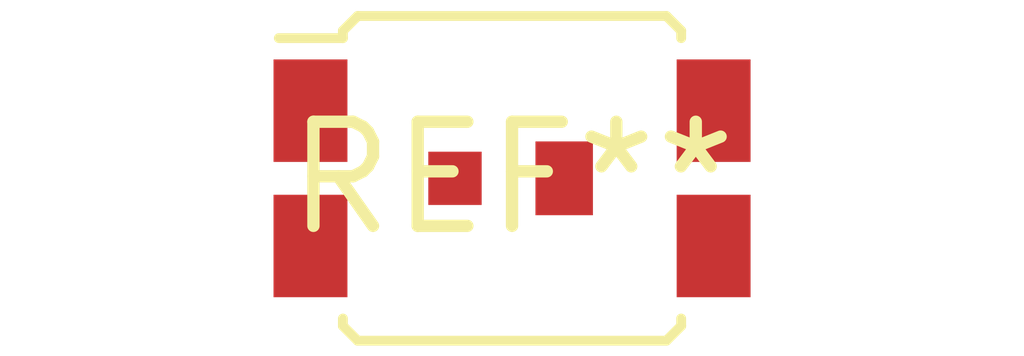
<source format=kicad_pcb>
(kicad_pcb (version 20240108) (generator pcbnew)
  (layers (0 "F.Cu" signal) (31 "B.Cu" signal) (34 "B.Paste" user) (35 "F.Paste" user) (36 "B.SilkS" user "B.Silkscreen") (37 "F.SilkS" user "F.Silkscreen") (38 "B.Mask" user) (39 "F.Mask" user) (44 "Edge.Cuts" user))
  (net 0 "")
  (footprint "DirectFET_SH" (layer "F.Cu") (at 0 0)
    (property "Reference" "REF**")
    (property "Value" "DirectFET_SH")
    (fp_line (start -2.84 -1.71) (end -2.06 -1.71) (layer "F.SilkS") (stroke (width 0.12)))
    (fp_line (start -2.06 -1.8) (end -1.88 -1.98) (layer "F.SilkS") (stroke (width 0.12)))
    (fp_line (start -2.06 -1.71) (end -2.06 -1.8) (layer "F.SilkS") (stroke (width 0.12)))
    (fp_line (start -2.06 1.71) (end -2.06 1.8) (layer "F.SilkS") (stroke (width 0.12)))
    (fp_line (start -2.06 1.8) (end -1.88 1.98) (layer "F.SilkS") (stroke (width 0.12)))
    (fp_line (start -1.88 -1.98) (end 1.88 -1.98) (layer "F.SilkS") (stroke (width 0.12)))
    (fp_line (start -1.88 1.98) (end 1.88 1.98) (layer "F.SilkS") (stroke (width 0.12)))
    (fp_line (start 2.06 -1.8) (end 1.88 -1.98) (layer "F.SilkS") (stroke (width 0.12)))
    (fp_line (start 2.06 -1.71) (end 2.06 -1.8) (layer "F.SilkS") (stroke (width 0.12)))
    (fp_line (start 2.06 1.71) (end 2.06 1.8) (layer "F.SilkS") (stroke (width 0.12)))
    (fp_line (start 2.06 1.8) (end 1.88 1.98) (layer "F.SilkS") (stroke (width 0.12)))
    (pad "1" smd rect (at -2.455 -0.825) (size 0.9 1.25) (layers "F.Cu" "F.Paste" "F.Mask"))
    (pad "1" smd rect (at -2.455 0.825) (size 0.9 1.25) (layers "F.Cu" "F.Paste" "F.Mask"))
    (pad "1" smd rect (at 2.455 -0.825) (size 0.9 1.25) (layers "F.Cu" "F.Paste" "F.Mask"))
    (pad "1" smd rect (at 2.455 0.825) (size 0.9 1.25) (layers "F.Cu" "F.Paste" "F.Mask"))
    (pad "2" smd rect (at -0.695 0) (size 0.65 0.65) (layers "F.Cu" "F.Paste" "F.Mask"))
    (pad "3" smd rect (at 0.635 0) (size 0.7 0.9) (layers "F.Cu" "F.Paste" "F.Mask"))
  )
)
</source>
